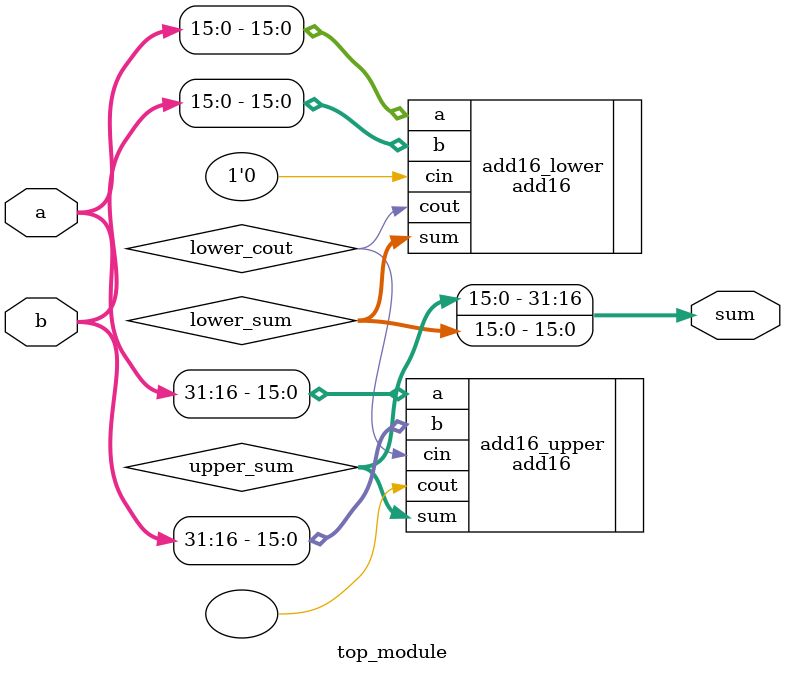
<source format=v>
module top_module(
    input [31:0] a,
    input [31:0] b,
    output [31:0] sum);

    // internal wires
    wire lower_cout; // single wire
    wire [15:0] lower_sum, upper_sum; // 16 bit bus
    
    // lower 16 bit adder
    add16 add16_lower(.a(a[15:0]),
                      .b(b[15:0]),
                      .cin(1'b0),
                      .sum(lower_sum),
                      .cout(lower_cout));
    
    // upper 16 bit adder
    add16 add16_upper(.a(a[31:16]),
                      .b(b[31:16]),
                      .cin(lower_cout),
                      .sum(upper_sum),
                      .cout()); // leave cout unconnected since not in use
    
    // summation via concatenation
    assign sum = {{upper_sum},{lower_sum}};

endmodule

</source>
